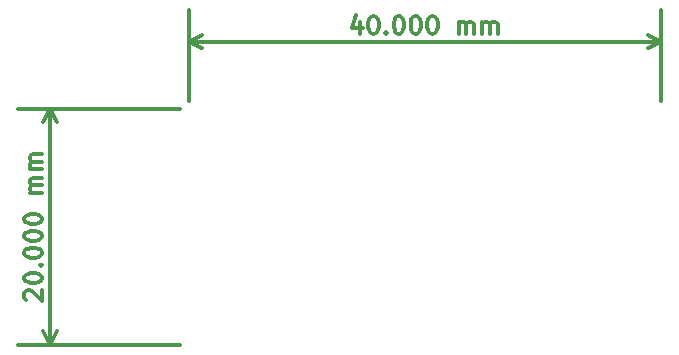
<source format=gbr>
G04 #@! TF.FileFunction,Drawing*
%FSLAX46Y46*%
G04 Gerber Fmt 4.6, Leading zero omitted, Abs format (unit mm)*
G04 Created by KiCad (PCBNEW 4.0.2-stable) date 9/4/2016 3:00:48 AM*
%MOMM*%
G01*
G04 APERTURE LIST*
%ADD10C,0.100000*%
%ADD11C,0.300000*%
G04 APERTURE END LIST*
D10*
D11*
X110211319Y-110434285D02*
X110139890Y-110362856D01*
X110068461Y-110219999D01*
X110068461Y-109862856D01*
X110139890Y-109719999D01*
X110211319Y-109648570D01*
X110354176Y-109577142D01*
X110497033Y-109577142D01*
X110711319Y-109648570D01*
X111568461Y-110505713D01*
X111568461Y-109577142D01*
X110068461Y-108648571D02*
X110068461Y-108505714D01*
X110139890Y-108362857D01*
X110211319Y-108291428D01*
X110354176Y-108219999D01*
X110639890Y-108148571D01*
X110997033Y-108148571D01*
X111282747Y-108219999D01*
X111425604Y-108291428D01*
X111497033Y-108362857D01*
X111568461Y-108505714D01*
X111568461Y-108648571D01*
X111497033Y-108791428D01*
X111425604Y-108862857D01*
X111282747Y-108934285D01*
X110997033Y-109005714D01*
X110639890Y-109005714D01*
X110354176Y-108934285D01*
X110211319Y-108862857D01*
X110139890Y-108791428D01*
X110068461Y-108648571D01*
X111425604Y-107505714D02*
X111497033Y-107434286D01*
X111568461Y-107505714D01*
X111497033Y-107577143D01*
X111425604Y-107505714D01*
X111568461Y-107505714D01*
X110068461Y-106505714D02*
X110068461Y-106362857D01*
X110139890Y-106220000D01*
X110211319Y-106148571D01*
X110354176Y-106077142D01*
X110639890Y-106005714D01*
X110997033Y-106005714D01*
X111282747Y-106077142D01*
X111425604Y-106148571D01*
X111497033Y-106220000D01*
X111568461Y-106362857D01*
X111568461Y-106505714D01*
X111497033Y-106648571D01*
X111425604Y-106720000D01*
X111282747Y-106791428D01*
X110997033Y-106862857D01*
X110639890Y-106862857D01*
X110354176Y-106791428D01*
X110211319Y-106720000D01*
X110139890Y-106648571D01*
X110068461Y-106505714D01*
X110068461Y-105077143D02*
X110068461Y-104934286D01*
X110139890Y-104791429D01*
X110211319Y-104720000D01*
X110354176Y-104648571D01*
X110639890Y-104577143D01*
X110997033Y-104577143D01*
X111282747Y-104648571D01*
X111425604Y-104720000D01*
X111497033Y-104791429D01*
X111568461Y-104934286D01*
X111568461Y-105077143D01*
X111497033Y-105220000D01*
X111425604Y-105291429D01*
X111282747Y-105362857D01*
X110997033Y-105434286D01*
X110639890Y-105434286D01*
X110354176Y-105362857D01*
X110211319Y-105291429D01*
X110139890Y-105220000D01*
X110068461Y-105077143D01*
X110068461Y-103648572D02*
X110068461Y-103505715D01*
X110139890Y-103362858D01*
X110211319Y-103291429D01*
X110354176Y-103220000D01*
X110639890Y-103148572D01*
X110997033Y-103148572D01*
X111282747Y-103220000D01*
X111425604Y-103291429D01*
X111497033Y-103362858D01*
X111568461Y-103505715D01*
X111568461Y-103648572D01*
X111497033Y-103791429D01*
X111425604Y-103862858D01*
X111282747Y-103934286D01*
X110997033Y-104005715D01*
X110639890Y-104005715D01*
X110354176Y-103934286D01*
X110211319Y-103862858D01*
X110139890Y-103791429D01*
X110068461Y-103648572D01*
X111568461Y-101362858D02*
X110568461Y-101362858D01*
X110711319Y-101362858D02*
X110639890Y-101291430D01*
X110568461Y-101148572D01*
X110568461Y-100934287D01*
X110639890Y-100791430D01*
X110782747Y-100720001D01*
X111568461Y-100720001D01*
X110782747Y-100720001D02*
X110639890Y-100648572D01*
X110568461Y-100505715D01*
X110568461Y-100291430D01*
X110639890Y-100148572D01*
X110782747Y-100077144D01*
X111568461Y-100077144D01*
X111568461Y-99362858D02*
X110568461Y-99362858D01*
X110711319Y-99362858D02*
X110639890Y-99291430D01*
X110568461Y-99148572D01*
X110568461Y-98934287D01*
X110639890Y-98791430D01*
X110782747Y-98720001D01*
X111568461Y-98720001D01*
X110782747Y-98720001D02*
X110639890Y-98648572D01*
X110568461Y-98505715D01*
X110568461Y-98291430D01*
X110639890Y-98148572D01*
X110782747Y-98077144D01*
X111568461Y-98077144D01*
X112239890Y-114220000D02*
X112239890Y-94220000D01*
X123239890Y-114220000D02*
X109539890Y-114220000D01*
X123239890Y-94220000D02*
X109539890Y-94220000D01*
X112239890Y-94220000D02*
X112826311Y-95346504D01*
X112239890Y-94220000D02*
X111653469Y-95346504D01*
X112239890Y-114220000D02*
X112826311Y-113093496D01*
X112239890Y-114220000D02*
X111653469Y-113093496D01*
X138500001Y-86873453D02*
X138500001Y-87873453D01*
X138142858Y-86302025D02*
X137785715Y-87373453D01*
X138714287Y-87373453D01*
X139571429Y-86373453D02*
X139714286Y-86373453D01*
X139857143Y-86444882D01*
X139928572Y-86516311D01*
X140000001Y-86659168D01*
X140071429Y-86944882D01*
X140071429Y-87302025D01*
X140000001Y-87587739D01*
X139928572Y-87730596D01*
X139857143Y-87802025D01*
X139714286Y-87873453D01*
X139571429Y-87873453D01*
X139428572Y-87802025D01*
X139357143Y-87730596D01*
X139285715Y-87587739D01*
X139214286Y-87302025D01*
X139214286Y-86944882D01*
X139285715Y-86659168D01*
X139357143Y-86516311D01*
X139428572Y-86444882D01*
X139571429Y-86373453D01*
X140714286Y-87730596D02*
X140785714Y-87802025D01*
X140714286Y-87873453D01*
X140642857Y-87802025D01*
X140714286Y-87730596D01*
X140714286Y-87873453D01*
X141714286Y-86373453D02*
X141857143Y-86373453D01*
X142000000Y-86444882D01*
X142071429Y-86516311D01*
X142142858Y-86659168D01*
X142214286Y-86944882D01*
X142214286Y-87302025D01*
X142142858Y-87587739D01*
X142071429Y-87730596D01*
X142000000Y-87802025D01*
X141857143Y-87873453D01*
X141714286Y-87873453D01*
X141571429Y-87802025D01*
X141500000Y-87730596D01*
X141428572Y-87587739D01*
X141357143Y-87302025D01*
X141357143Y-86944882D01*
X141428572Y-86659168D01*
X141500000Y-86516311D01*
X141571429Y-86444882D01*
X141714286Y-86373453D01*
X143142857Y-86373453D02*
X143285714Y-86373453D01*
X143428571Y-86444882D01*
X143500000Y-86516311D01*
X143571429Y-86659168D01*
X143642857Y-86944882D01*
X143642857Y-87302025D01*
X143571429Y-87587739D01*
X143500000Y-87730596D01*
X143428571Y-87802025D01*
X143285714Y-87873453D01*
X143142857Y-87873453D01*
X143000000Y-87802025D01*
X142928571Y-87730596D01*
X142857143Y-87587739D01*
X142785714Y-87302025D01*
X142785714Y-86944882D01*
X142857143Y-86659168D01*
X142928571Y-86516311D01*
X143000000Y-86444882D01*
X143142857Y-86373453D01*
X144571428Y-86373453D02*
X144714285Y-86373453D01*
X144857142Y-86444882D01*
X144928571Y-86516311D01*
X145000000Y-86659168D01*
X145071428Y-86944882D01*
X145071428Y-87302025D01*
X145000000Y-87587739D01*
X144928571Y-87730596D01*
X144857142Y-87802025D01*
X144714285Y-87873453D01*
X144571428Y-87873453D01*
X144428571Y-87802025D01*
X144357142Y-87730596D01*
X144285714Y-87587739D01*
X144214285Y-87302025D01*
X144214285Y-86944882D01*
X144285714Y-86659168D01*
X144357142Y-86516311D01*
X144428571Y-86444882D01*
X144571428Y-86373453D01*
X146857142Y-87873453D02*
X146857142Y-86873453D01*
X146857142Y-87016311D02*
X146928570Y-86944882D01*
X147071428Y-86873453D01*
X147285713Y-86873453D01*
X147428570Y-86944882D01*
X147499999Y-87087739D01*
X147499999Y-87873453D01*
X147499999Y-87087739D02*
X147571428Y-86944882D01*
X147714285Y-86873453D01*
X147928570Y-86873453D01*
X148071428Y-86944882D01*
X148142856Y-87087739D01*
X148142856Y-87873453D01*
X148857142Y-87873453D02*
X148857142Y-86873453D01*
X148857142Y-87016311D02*
X148928570Y-86944882D01*
X149071428Y-86873453D01*
X149285713Y-86873453D01*
X149428570Y-86944882D01*
X149499999Y-87087739D01*
X149499999Y-87873453D01*
X149499999Y-87087739D02*
X149571428Y-86944882D01*
X149714285Y-86873453D01*
X149928570Y-86873453D01*
X150071428Y-86944882D01*
X150142856Y-87087739D01*
X150142856Y-87873453D01*
X124000000Y-88544882D02*
X164000000Y-88544882D01*
X124000000Y-93544882D02*
X124000000Y-85844882D01*
X164000000Y-93544882D02*
X164000000Y-85844882D01*
X164000000Y-88544882D02*
X162873496Y-89131303D01*
X164000000Y-88544882D02*
X162873496Y-87958461D01*
X124000000Y-88544882D02*
X125126504Y-89131303D01*
X124000000Y-88544882D02*
X125126504Y-87958461D01*
M02*

</source>
